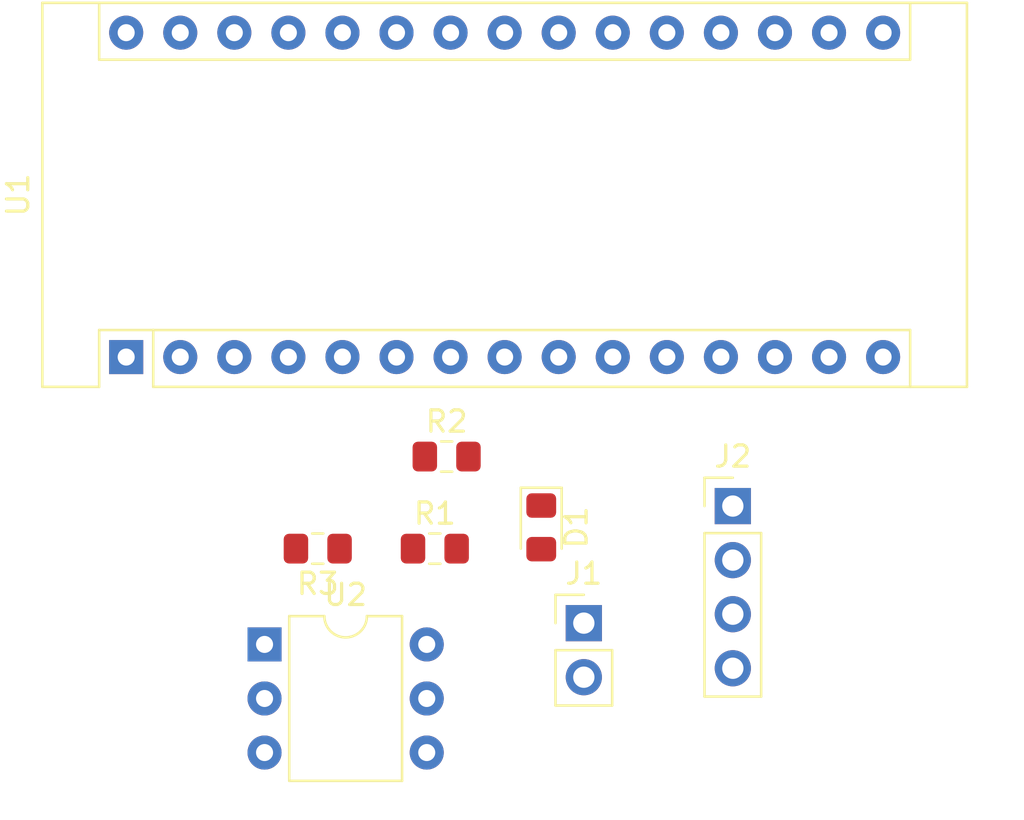
<source format=kicad_pcb>
(kicad_pcb (version 20171130) (host pcbnew 5.0.2-bee76a0~70~ubuntu18.04.1)

  (general
    (thickness 1.6)
    (drawings 0)
    (tracks 0)
    (zones 0)
    (modules 8)
    (nets 39)
  )

  (page A4)
  (layers
    (0 F.Cu signal)
    (31 B.Cu signal)
    (32 B.Adhes user)
    (33 F.Adhes user)
    (34 B.Paste user)
    (35 F.Paste user)
    (36 B.SilkS user)
    (37 F.SilkS user)
    (38 B.Mask user)
    (39 F.Mask user)
    (40 Dwgs.User user)
    (41 Cmts.User user)
    (42 Eco1.User user)
    (43 Eco2.User user)
    (44 Edge.Cuts user)
    (45 Margin user)
    (46 B.CrtYd user)
    (47 F.CrtYd user)
    (48 B.Fab user)
    (49 F.Fab user)
  )

  (setup
    (last_trace_width 0.25)
    (trace_clearance 0.2)
    (zone_clearance 0.508)
    (zone_45_only no)
    (trace_min 0.2)
    (segment_width 0.2)
    (edge_width 0.15)
    (via_size 0.8)
    (via_drill 0.4)
    (via_min_size 0.4)
    (via_min_drill 0.3)
    (uvia_size 0.3)
    (uvia_drill 0.1)
    (uvias_allowed no)
    (uvia_min_size 0.2)
    (uvia_min_drill 0.1)
    (pcb_text_width 0.3)
    (pcb_text_size 1.5 1.5)
    (mod_edge_width 0.15)
    (mod_text_size 1 1)
    (mod_text_width 0.15)
    (pad_size 1.524 1.524)
    (pad_drill 0.762)
    (pad_to_mask_clearance 0.051)
    (solder_mask_min_width 0.25)
    (aux_axis_origin 0 0)
    (visible_elements FFFFFF7F)
    (pcbplotparams
      (layerselection 0x010fc_ffffffff)
      (usegerberextensions false)
      (usegerberattributes false)
      (usegerberadvancedattributes false)
      (creategerberjobfile false)
      (excludeedgelayer true)
      (linewidth 0.100000)
      (plotframeref false)
      (viasonmask false)
      (mode 1)
      (useauxorigin false)
      (hpglpennumber 1)
      (hpglpenspeed 20)
      (hpglpendiameter 15.000000)
      (psnegative false)
      (psa4output false)
      (plotreference true)
      (plotvalue true)
      (plotinvisibletext false)
      (padsonsilk false)
      (subtractmaskfromsilk false)
      (outputformat 1)
      (mirror false)
      (drillshape 1)
      (scaleselection 1)
      (outputdirectory ""))
  )

  (net 0 "")
  (net 1 Grbl_Tx)
  (net 2 "Net-(U1-Pad17)")
  (net 3 Grbl_Rx)
  (net 4 "Net-(U1-Pad18)")
  (net 5 "Net-(U1-Pad3)")
  (net 6 Grbl_Reset)
  (net 7 GND)
  (net 8 Hold)
  (net 9 X_Step)
  (net 10 Start)
  (net 11 Y_Step)
  (net 12 Flood)
  (net 13 Z_Step)
  (net 14 Mist)
  (net 15 X_Dir)
  (net 16 Probe)
  (net 17 Y_Dir)
  (net 18 A6)
  (net 19 Z_Dir)
  (net 20 A7)
  (net 21 Step_Enable)
  (net 22 +5V)
  (net 23 X_Limit)
  (net 24 "Net-(U1-Pad28)")
  (net 25 Y_Limit)
  (net 26 "Net-(U1-Pad29)")
  (net 27 Spindle)
  (net 28 "Net-(U1-Pad30)")
  (net 29 Z_Limit)
  (net 30 Spindle_Dir)
  (net 31 "Net-(D1-Pad2)")
  (net 32 "Net-(D1-Pad1)")
  (net 33 "Net-(J1-Pad2)")
  (net 34 "Net-(R3-Pad2)")
  (net 35 "Net-(U2-Pad3)")
  (net 36 "Net-(U2-Pad6)")
  (net 37 +12V)
  (net 38 "Net-(J2-Pad3)")

  (net_class Default "This is the default net class."
    (clearance 0.2)
    (trace_width 0.25)
    (via_dia 0.8)
    (via_drill 0.4)
    (uvia_dia 0.3)
    (uvia_drill 0.1)
    (add_net +12V)
    (add_net +5V)
    (add_net A6)
    (add_net A7)
    (add_net Flood)
    (add_net GND)
    (add_net Grbl_Reset)
    (add_net Grbl_Rx)
    (add_net Grbl_Tx)
    (add_net Hold)
    (add_net Mist)
    (add_net "Net-(D1-Pad1)")
    (add_net "Net-(D1-Pad2)")
    (add_net "Net-(J1-Pad2)")
    (add_net "Net-(J2-Pad3)")
    (add_net "Net-(R3-Pad2)")
    (add_net "Net-(U1-Pad17)")
    (add_net "Net-(U1-Pad18)")
    (add_net "Net-(U1-Pad28)")
    (add_net "Net-(U1-Pad29)")
    (add_net "Net-(U1-Pad3)")
    (add_net "Net-(U1-Pad30)")
    (add_net "Net-(U2-Pad3)")
    (add_net "Net-(U2-Pad6)")
    (add_net Probe)
    (add_net Spindle)
    (add_net Spindle_Dir)
    (add_net Start)
    (add_net Step_Enable)
    (add_net X_Dir)
    (add_net X_Limit)
    (add_net X_Step)
    (add_net Y_Dir)
    (add_net Y_Limit)
    (add_net Y_Step)
    (add_net Z_Dir)
    (add_net Z_Limit)
    (add_net Z_Step)
  )

  (module Connector_PinHeader_2.54mm:PinHeader_1x04_P2.54mm_Vertical (layer F.Cu) (tedit 59FED5CC) (tstamp 5C1AB60A)
    (at 51.5 32)
    (descr "Through hole straight pin header, 1x04, 2.54mm pitch, single row")
    (tags "Through hole pin header THT 1x04 2.54mm single row")
    (path /5C073B50)
    (fp_text reference J2 (at 0 -2.33) (layer F.SilkS)
      (effects (font (size 1 1) (thickness 0.15)))
    )
    (fp_text value Conn_01x04 (at 0 9.95) (layer F.Fab)
      (effects (font (size 1 1) (thickness 0.15)))
    )
    (fp_line (start -0.635 -1.27) (end 1.27 -1.27) (layer F.Fab) (width 0.1))
    (fp_line (start 1.27 -1.27) (end 1.27 8.89) (layer F.Fab) (width 0.1))
    (fp_line (start 1.27 8.89) (end -1.27 8.89) (layer F.Fab) (width 0.1))
    (fp_line (start -1.27 8.89) (end -1.27 -0.635) (layer F.Fab) (width 0.1))
    (fp_line (start -1.27 -0.635) (end -0.635 -1.27) (layer F.Fab) (width 0.1))
    (fp_line (start -1.33 8.95) (end 1.33 8.95) (layer F.SilkS) (width 0.12))
    (fp_line (start -1.33 1.27) (end -1.33 8.95) (layer F.SilkS) (width 0.12))
    (fp_line (start 1.33 1.27) (end 1.33 8.95) (layer F.SilkS) (width 0.12))
    (fp_line (start -1.33 1.27) (end 1.33 1.27) (layer F.SilkS) (width 0.12))
    (fp_line (start -1.33 0) (end -1.33 -1.33) (layer F.SilkS) (width 0.12))
    (fp_line (start -1.33 -1.33) (end 0 -1.33) (layer F.SilkS) (width 0.12))
    (fp_line (start -1.8 -1.8) (end -1.8 9.4) (layer F.CrtYd) (width 0.05))
    (fp_line (start -1.8 9.4) (end 1.8 9.4) (layer F.CrtYd) (width 0.05))
    (fp_line (start 1.8 9.4) (end 1.8 -1.8) (layer F.CrtYd) (width 0.05))
    (fp_line (start 1.8 -1.8) (end -1.8 -1.8) (layer F.CrtYd) (width 0.05))
    (fp_text user %R (at 0 3.81 90) (layer F.Fab)
      (effects (font (size 1 1) (thickness 0.15)))
    )
    (pad 1 thru_hole rect (at 0 0) (size 1.7 1.7) (drill 1) (layers *.Cu *.Mask)
      (net 37 +12V))
    (pad 2 thru_hole oval (at 0 2.54) (size 1.7 1.7) (drill 1) (layers *.Cu *.Mask)
      (net 22 +5V))
    (pad 3 thru_hole oval (at 0 5.08) (size 1.7 1.7) (drill 1) (layers *.Cu *.Mask)
      (net 38 "Net-(J2-Pad3)"))
    (pad 4 thru_hole oval (at 0 7.62) (size 1.7 1.7) (drill 1) (layers *.Cu *.Mask)
      (net 7 GND))
    (model ${KISYS3DMOD}/Connector_PinHeader_2.54mm.3dshapes/PinHeader_1x04_P2.54mm_Vertical.wrl
      (at (xyz 0 0 0))
      (scale (xyz 1 1 1))
      (rotate (xyz 0 0 0))
    )
  )

  (module Connector_PinHeader_2.54mm:PinHeader_1x02_P2.54mm_Vertical (layer F.Cu) (tedit 59FED5CC) (tstamp 5C19F5B6)
    (at 44.5 37.5)
    (descr "Through hole straight pin header, 1x02, 2.54mm pitch, single row")
    (tags "Through hole pin header THT 1x02 2.54mm single row")
    (path /5C06D7A7)
    (fp_text reference J1 (at 0 -2.33) (layer F.SilkS)
      (effects (font (size 1 1) (thickness 0.15)))
    )
    (fp_text value Conn_01x02 (at 0 4.87) (layer F.Fab)
      (effects (font (size 1 1) (thickness 0.15)))
    )
    (fp_line (start -0.635 -1.27) (end 1.27 -1.27) (layer F.Fab) (width 0.1))
    (fp_line (start 1.27 -1.27) (end 1.27 3.81) (layer F.Fab) (width 0.1))
    (fp_line (start 1.27 3.81) (end -1.27 3.81) (layer F.Fab) (width 0.1))
    (fp_line (start -1.27 3.81) (end -1.27 -0.635) (layer F.Fab) (width 0.1))
    (fp_line (start -1.27 -0.635) (end -0.635 -1.27) (layer F.Fab) (width 0.1))
    (fp_line (start -1.33 3.87) (end 1.33 3.87) (layer F.SilkS) (width 0.12))
    (fp_line (start -1.33 1.27) (end -1.33 3.87) (layer F.SilkS) (width 0.12))
    (fp_line (start 1.33 1.27) (end 1.33 3.87) (layer F.SilkS) (width 0.12))
    (fp_line (start -1.33 1.27) (end 1.33 1.27) (layer F.SilkS) (width 0.12))
    (fp_line (start -1.33 0) (end -1.33 -1.33) (layer F.SilkS) (width 0.12))
    (fp_line (start -1.33 -1.33) (end 0 -1.33) (layer F.SilkS) (width 0.12))
    (fp_line (start -1.8 -1.8) (end -1.8 4.35) (layer F.CrtYd) (width 0.05))
    (fp_line (start -1.8 4.35) (end 1.8 4.35) (layer F.CrtYd) (width 0.05))
    (fp_line (start 1.8 4.35) (end 1.8 -1.8) (layer F.CrtYd) (width 0.05))
    (fp_line (start 1.8 -1.8) (end -1.8 -1.8) (layer F.CrtYd) (width 0.05))
    (fp_text user %R (at 0 1.27 90) (layer F.Fab)
      (effects (font (size 1 1) (thickness 0.15)))
    )
    (pad 1 thru_hole rect (at 0 0) (size 1.7 1.7) (drill 1) (layers *.Cu *.Mask)
      (net 37 +12V))
    (pad 2 thru_hole oval (at 0 2.54) (size 1.7 1.7) (drill 1) (layers *.Cu *.Mask)
      (net 33 "Net-(J1-Pad2)"))
    (model ${KISYS3DMOD}/Connector_PinHeader_2.54mm.3dshapes/PinHeader_1x02_P2.54mm_Vertical.wrl
      (at (xyz 0 0 0))
      (scale (xyz 1 1 1))
      (rotate (xyz 0 0 0))
    )
  )

  (module LED_SMD:LED_0805_2012Metric_Pad1.15x1.40mm_HandSolder (layer F.Cu) (tedit 5B4B45C9) (tstamp 5C19F5A0)
    (at 42.5 33 270)
    (descr "LED SMD 0805 (2012 Metric), square (rectangular) end terminal, IPC_7351 nominal, (Body size source: https://docs.google.com/spreadsheets/d/1BsfQQcO9C6DZCsRaXUlFlo91Tg2WpOkGARC1WS5S8t0/edit?usp=sharing), generated with kicad-footprint-generator")
    (tags "LED handsolder")
    (path /5C071CCF)
    (attr smd)
    (fp_text reference D1 (at 0 -1.65 270) (layer F.SilkS)
      (effects (font (size 1 1) (thickness 0.15)))
    )
    (fp_text value LED_GREEN (at 0 1.65 270) (layer F.Fab)
      (effects (font (size 1 1) (thickness 0.15)))
    )
    (fp_line (start 1 -0.6) (end -0.7 -0.6) (layer F.Fab) (width 0.1))
    (fp_line (start -0.7 -0.6) (end -1 -0.3) (layer F.Fab) (width 0.1))
    (fp_line (start -1 -0.3) (end -1 0.6) (layer F.Fab) (width 0.1))
    (fp_line (start -1 0.6) (end 1 0.6) (layer F.Fab) (width 0.1))
    (fp_line (start 1 0.6) (end 1 -0.6) (layer F.Fab) (width 0.1))
    (fp_line (start 1 -0.96) (end -1.86 -0.96) (layer F.SilkS) (width 0.12))
    (fp_line (start -1.86 -0.96) (end -1.86 0.96) (layer F.SilkS) (width 0.12))
    (fp_line (start -1.86 0.96) (end 1 0.96) (layer F.SilkS) (width 0.12))
    (fp_line (start -1.85 0.95) (end -1.85 -0.95) (layer F.CrtYd) (width 0.05))
    (fp_line (start -1.85 -0.95) (end 1.85 -0.95) (layer F.CrtYd) (width 0.05))
    (fp_line (start 1.85 -0.95) (end 1.85 0.95) (layer F.CrtYd) (width 0.05))
    (fp_line (start 1.85 0.95) (end -1.85 0.95) (layer F.CrtYd) (width 0.05))
    (fp_text user %R (at 0 0 270) (layer F.Fab)
      (effects (font (size 0.5 0.5) (thickness 0.08)))
    )
    (pad 1 smd roundrect (at -1.025 0 270) (size 1.15 1.4) (layers F.Cu F.Paste F.Mask) (roundrect_rratio 0.217391)
      (net 32 "Net-(D1-Pad1)"))
    (pad 2 smd roundrect (at 1.025 0 270) (size 1.15 1.4) (layers F.Cu F.Paste F.Mask) (roundrect_rratio 0.217391)
      (net 31 "Net-(D1-Pad2)"))
    (model ${KISYS3DMOD}/LED_SMD.3dshapes/LED_0805_2012Metric.wrl
      (at (xyz 0 0 0))
      (scale (xyz 1 1 1))
      (rotate (xyz 0 0 0))
    )
  )

  (module Package_DIP:DIP-6_W7.62mm (layer F.Cu) (tedit 5A02E8C5) (tstamp 5C19F58D)
    (at 29.5 38.5)
    (descr "6-lead though-hole mounted DIP package, row spacing 7.62 mm (300 mils)")
    (tags "THT DIP DIL PDIP 2.54mm 7.62mm 300mil")
    (path /5C06D39C)
    (fp_text reference U2 (at 3.81 -2.33) (layer F.SilkS)
      (effects (font (size 1 1) (thickness 0.15)))
    )
    (fp_text value 4N35 (at 3.81 7.41) (layer F.Fab)
      (effects (font (size 1 1) (thickness 0.15)))
    )
    (fp_arc (start 3.81 -1.33) (end 2.81 -1.33) (angle -180) (layer F.SilkS) (width 0.12))
    (fp_line (start 1.635 -1.27) (end 6.985 -1.27) (layer F.Fab) (width 0.1))
    (fp_line (start 6.985 -1.27) (end 6.985 6.35) (layer F.Fab) (width 0.1))
    (fp_line (start 6.985 6.35) (end 0.635 6.35) (layer F.Fab) (width 0.1))
    (fp_line (start 0.635 6.35) (end 0.635 -0.27) (layer F.Fab) (width 0.1))
    (fp_line (start 0.635 -0.27) (end 1.635 -1.27) (layer F.Fab) (width 0.1))
    (fp_line (start 2.81 -1.33) (end 1.16 -1.33) (layer F.SilkS) (width 0.12))
    (fp_line (start 1.16 -1.33) (end 1.16 6.41) (layer F.SilkS) (width 0.12))
    (fp_line (start 1.16 6.41) (end 6.46 6.41) (layer F.SilkS) (width 0.12))
    (fp_line (start 6.46 6.41) (end 6.46 -1.33) (layer F.SilkS) (width 0.12))
    (fp_line (start 6.46 -1.33) (end 4.81 -1.33) (layer F.SilkS) (width 0.12))
    (fp_line (start -1.1 -1.55) (end -1.1 6.6) (layer F.CrtYd) (width 0.05))
    (fp_line (start -1.1 6.6) (end 8.7 6.6) (layer F.CrtYd) (width 0.05))
    (fp_line (start 8.7 6.6) (end 8.7 -1.55) (layer F.CrtYd) (width 0.05))
    (fp_line (start 8.7 -1.55) (end -1.1 -1.55) (layer F.CrtYd) (width 0.05))
    (fp_text user %R (at 3.81 2.54) (layer F.Fab)
      (effects (font (size 1 1) (thickness 0.15)))
    )
    (pad 1 thru_hole rect (at 0 0) (size 1.6 1.6) (drill 0.8) (layers *.Cu *.Mask)
      (net 34 "Net-(R3-Pad2)"))
    (pad 4 thru_hole oval (at 7.62 5.08) (size 1.6 1.6) (drill 0.8) (layers *.Cu *.Mask)
      (net 7 GND))
    (pad 2 thru_hole oval (at 0 2.54) (size 1.6 1.6) (drill 0.8) (layers *.Cu *.Mask)
      (net 7 GND))
    (pad 5 thru_hole oval (at 7.62 2.54) (size 1.6 1.6) (drill 0.8) (layers *.Cu *.Mask)
      (net 32 "Net-(D1-Pad1)"))
    (pad 3 thru_hole oval (at 0 5.08) (size 1.6 1.6) (drill 0.8) (layers *.Cu *.Mask)
      (net 35 "Net-(U2-Pad3)"))
    (pad 6 thru_hole oval (at 7.62 0) (size 1.6 1.6) (drill 0.8) (layers *.Cu *.Mask)
      (net 36 "Net-(U2-Pad6)"))
    (model ${KISYS3DMOD}/Package_DIP.3dshapes/DIP-6_W7.62mm.wrl
      (at (xyz 0 0 0))
      (scale (xyz 1 1 1))
      (rotate (xyz 0 0 0))
    )
  )

  (module Resistor_SMD:R_0805_2012Metric_Pad1.15x1.40mm_HandSolder (layer F.Cu) (tedit 5B36C52B) (tstamp 5C19F573)
    (at 32 34 180)
    (descr "Resistor SMD 0805 (2012 Metric), square (rectangular) end terminal, IPC_7351 nominal with elongated pad for handsoldering. (Body size source: https://docs.google.com/spreadsheets/d/1BsfQQcO9C6DZCsRaXUlFlo91Tg2WpOkGARC1WS5S8t0/edit?usp=sharing), generated with kicad-footprint-generator")
    (tags "resistor handsolder")
    (path /5C06EDF7)
    (attr smd)
    (fp_text reference R3 (at 0 -1.65 180) (layer F.SilkS)
      (effects (font (size 1 1) (thickness 0.15)))
    )
    (fp_text value R102,0805 (at 0 1.65 180) (layer F.Fab)
      (effects (font (size 1 1) (thickness 0.15)))
    )
    (fp_line (start -1 0.6) (end -1 -0.6) (layer F.Fab) (width 0.1))
    (fp_line (start -1 -0.6) (end 1 -0.6) (layer F.Fab) (width 0.1))
    (fp_line (start 1 -0.6) (end 1 0.6) (layer F.Fab) (width 0.1))
    (fp_line (start 1 0.6) (end -1 0.6) (layer F.Fab) (width 0.1))
    (fp_line (start -0.261252 -0.71) (end 0.261252 -0.71) (layer F.SilkS) (width 0.12))
    (fp_line (start -0.261252 0.71) (end 0.261252 0.71) (layer F.SilkS) (width 0.12))
    (fp_line (start -1.85 0.95) (end -1.85 -0.95) (layer F.CrtYd) (width 0.05))
    (fp_line (start -1.85 -0.95) (end 1.85 -0.95) (layer F.CrtYd) (width 0.05))
    (fp_line (start 1.85 -0.95) (end 1.85 0.95) (layer F.CrtYd) (width 0.05))
    (fp_line (start 1.85 0.95) (end -1.85 0.95) (layer F.CrtYd) (width 0.05))
    (fp_text user %R (at 0 0 180) (layer F.Fab)
      (effects (font (size 0.5 0.5) (thickness 0.08)))
    )
    (pad 1 smd roundrect (at -1.025 0 180) (size 1.15 1.4) (layers F.Cu F.Paste F.Mask) (roundrect_rratio 0.217391)
      (net 33 "Net-(J1-Pad2)"))
    (pad 2 smd roundrect (at 1.025 0 180) (size 1.15 1.4) (layers F.Cu F.Paste F.Mask) (roundrect_rratio 0.217391)
      (net 34 "Net-(R3-Pad2)"))
    (model ${KISYS3DMOD}/Resistor_SMD.3dshapes/R_0805_2012Metric.wrl
      (at (xyz 0 0 0))
      (scale (xyz 1 1 1))
      (rotate (xyz 0 0 0))
    )
  )

  (module Resistor_SMD:R_0805_2012Metric_Pad1.15x1.40mm_HandSolder (layer F.Cu) (tedit 5B36C52B) (tstamp 5C19F562)
    (at 38.055001 29.675001)
    (descr "Resistor SMD 0805 (2012 Metric), square (rectangular) end terminal, IPC_7351 nominal with elongated pad for handsoldering. (Body size source: https://docs.google.com/spreadsheets/d/1BsfQQcO9C6DZCsRaXUlFlo91Tg2WpOkGARC1WS5S8t0/edit?usp=sharing), generated with kicad-footprint-generator")
    (tags "resistor handsolder")
    (path /5C0706B6)
    (attr smd)
    (fp_text reference R2 (at 0 -1.65) (layer F.SilkS)
      (effects (font (size 1 1) (thickness 0.15)))
    )
    (fp_text value R473,0805 (at 0 1.65) (layer F.Fab)
      (effects (font (size 1 1) (thickness 0.15)))
    )
    (fp_text user %R (at 0 0) (layer F.Fab)
      (effects (font (size 0.5 0.5) (thickness 0.08)))
    )
    (fp_line (start 1.85 0.95) (end -1.85 0.95) (layer F.CrtYd) (width 0.05))
    (fp_line (start 1.85 -0.95) (end 1.85 0.95) (layer F.CrtYd) (width 0.05))
    (fp_line (start -1.85 -0.95) (end 1.85 -0.95) (layer F.CrtYd) (width 0.05))
    (fp_line (start -1.85 0.95) (end -1.85 -0.95) (layer F.CrtYd) (width 0.05))
    (fp_line (start -0.261252 0.71) (end 0.261252 0.71) (layer F.SilkS) (width 0.12))
    (fp_line (start -0.261252 -0.71) (end 0.261252 -0.71) (layer F.SilkS) (width 0.12))
    (fp_line (start 1 0.6) (end -1 0.6) (layer F.Fab) (width 0.1))
    (fp_line (start 1 -0.6) (end 1 0.6) (layer F.Fab) (width 0.1))
    (fp_line (start -1 -0.6) (end 1 -0.6) (layer F.Fab) (width 0.1))
    (fp_line (start -1 0.6) (end -1 -0.6) (layer F.Fab) (width 0.1))
    (pad 2 smd roundrect (at 1.025 0) (size 1.15 1.4) (layers F.Cu F.Paste F.Mask) (roundrect_rratio 0.217391)
      (net 32 "Net-(D1-Pad1)"))
    (pad 1 smd roundrect (at -1.025 0) (size 1.15 1.4) (layers F.Cu F.Paste F.Mask) (roundrect_rratio 0.217391)
      (net 22 +5V))
    (model ${KISYS3DMOD}/Resistor_SMD.3dshapes/R_0805_2012Metric.wrl
      (at (xyz 0 0 0))
      (scale (xyz 1 1 1))
      (rotate (xyz 0 0 0))
    )
  )

  (module Resistor_SMD:R_0805_2012Metric_Pad1.15x1.40mm_HandSolder (layer F.Cu) (tedit 5B36C52B) (tstamp 5C19F551)
    (at 37.5 34)
    (descr "Resistor SMD 0805 (2012 Metric), square (rectangular) end terminal, IPC_7351 nominal with elongated pad for handsoldering. (Body size source: https://docs.google.com/spreadsheets/d/1BsfQQcO9C6DZCsRaXUlFlo91Tg2WpOkGARC1WS5S8t0/edit?usp=sharing), generated with kicad-footprint-generator")
    (tags "resistor handsolder")
    (path /5C071BB5)
    (attr smd)
    (fp_text reference R1 (at 0 -1.65) (layer F.SilkS)
      (effects (font (size 1 1) (thickness 0.15)))
    )
    (fp_text value R103,0805 (at 0 1.65) (layer F.Fab)
      (effects (font (size 1 1) (thickness 0.15)))
    )
    (fp_line (start -1 0.6) (end -1 -0.6) (layer F.Fab) (width 0.1))
    (fp_line (start -1 -0.6) (end 1 -0.6) (layer F.Fab) (width 0.1))
    (fp_line (start 1 -0.6) (end 1 0.6) (layer F.Fab) (width 0.1))
    (fp_line (start 1 0.6) (end -1 0.6) (layer F.Fab) (width 0.1))
    (fp_line (start -0.261252 -0.71) (end 0.261252 -0.71) (layer F.SilkS) (width 0.12))
    (fp_line (start -0.261252 0.71) (end 0.261252 0.71) (layer F.SilkS) (width 0.12))
    (fp_line (start -1.85 0.95) (end -1.85 -0.95) (layer F.CrtYd) (width 0.05))
    (fp_line (start -1.85 -0.95) (end 1.85 -0.95) (layer F.CrtYd) (width 0.05))
    (fp_line (start 1.85 -0.95) (end 1.85 0.95) (layer F.CrtYd) (width 0.05))
    (fp_line (start 1.85 0.95) (end -1.85 0.95) (layer F.CrtYd) (width 0.05))
    (fp_text user %R (at 0 0) (layer F.Fab)
      (effects (font (size 0.5 0.5) (thickness 0.08)))
    )
    (pad 1 smd roundrect (at -1.025 0) (size 1.15 1.4) (layers F.Cu F.Paste F.Mask) (roundrect_rratio 0.217391)
      (net 22 +5V))
    (pad 2 smd roundrect (at 1.025 0) (size 1.15 1.4) (layers F.Cu F.Paste F.Mask) (roundrect_rratio 0.217391)
      (net 31 "Net-(D1-Pad2)"))
    (model ${KISYS3DMOD}/Resistor_SMD.3dshapes/R_0805_2012Metric.wrl
      (at (xyz 0 0 0))
      (scale (xyz 1 1 1))
      (rotate (xyz 0 0 0))
    )
  )

  (module footprint-lib:Arduino_Nano (layer F.Cu) (tedit 5C06C0D3) (tstamp 5C19F540)
    (at 23 25 90)
    (descr "Arduino Nano, http://www.mouser.com/pdfdocs/Gravitech_Arduino_Nano3_0.pdf")
    (tags "Arduino Nano")
    (path /5C020F9B)
    (fp_text reference U1 (at 7.62 -5.08 90) (layer F.SilkS)
      (effects (font (size 1 1) (thickness 0.15)))
    )
    (fp_text value arduino_nano_v3 (at 8.89 19.05 180) (layer F.Fab)
      (effects (font (size 1 1) (thickness 0.15)))
    )
    (fp_text user %R (at 6.35 19.05 180) (layer F.Fab)
      (effects (font (size 1 1) (thickness 0.15)))
    )
    (fp_line (start 1.27 1.27) (end 1.27 -1.27) (layer F.SilkS) (width 0.12))
    (fp_line (start 1.27 -1.27) (end -1.4 -1.27) (layer F.SilkS) (width 0.12))
    (fp_line (start -1.4 1.27) (end -1.4 39.5) (layer F.SilkS) (width 0.12))
    (fp_line (start -1.4 -3.94) (end -1.4 -1.27) (layer F.SilkS) (width 0.12))
    (fp_line (start 13.97 -1.27) (end 16.64 -1.27) (layer F.SilkS) (width 0.12))
    (fp_line (start 13.97 -1.27) (end 13.97 36.83) (layer F.SilkS) (width 0.12))
    (fp_line (start 13.97 36.83) (end 16.64 36.83) (layer F.SilkS) (width 0.12))
    (fp_line (start 1.27 1.27) (end -1.4 1.27) (layer F.SilkS) (width 0.12))
    (fp_line (start 1.27 1.27) (end 1.27 36.83) (layer F.SilkS) (width 0.12))
    (fp_line (start 1.27 36.83) (end -1.4 36.83) (layer F.SilkS) (width 0.12))
    (fp_line (start 3.81 31.75) (end 11.43 31.75) (layer F.Fab) (width 0.1))
    (fp_line (start 11.43 31.75) (end 11.43 41.91) (layer F.Fab) (width 0.1))
    (fp_line (start 11.43 41.91) (end 3.81 41.91) (layer F.Fab) (width 0.1))
    (fp_line (start 3.81 41.91) (end 3.81 31.75) (layer F.Fab) (width 0.1))
    (fp_line (start -1.4 39.5) (end 16.64 39.5) (layer F.SilkS) (width 0.12))
    (fp_line (start 16.64 39.5) (end 16.64 -3.94) (layer F.SilkS) (width 0.12))
    (fp_line (start 16.64 -3.94) (end -1.4 -3.94) (layer F.SilkS) (width 0.12))
    (fp_line (start 16.51 39.37) (end -1.27 39.37) (layer F.Fab) (width 0.1))
    (fp_line (start -1.27 39.37) (end -1.27 -2.54) (layer F.Fab) (width 0.1))
    (fp_line (start -1.27 -2.54) (end 0 -3.81) (layer F.Fab) (width 0.1))
    (fp_line (start 0 -3.81) (end 16.51 -3.81) (layer F.Fab) (width 0.1))
    (fp_line (start 16.51 -3.81) (end 16.51 39.37) (layer F.Fab) (width 0.1))
    (fp_line (start -1.53 -4.06) (end 16.75 -4.06) (layer F.CrtYd) (width 0.05))
    (fp_line (start -1.53 -4.06) (end -1.53 42.16) (layer F.CrtYd) (width 0.05))
    (fp_line (start 16.75 42.16) (end 16.75 -4.06) (layer F.CrtYd) (width 0.05))
    (fp_line (start 16.75 42.16) (end -1.53 42.16) (layer F.CrtYd) (width 0.05))
    (pad 1 thru_hole rect (at 0 0 90) (size 1.6 1.6) (drill 0.8) (layers *.Cu *.Mask)
      (net 1 Grbl_Tx))
    (pad 17 thru_hole oval (at 15.24 33.02 90) (size 1.6 1.6) (drill 0.8) (layers *.Cu *.Mask)
      (net 2 "Net-(U1-Pad17)"))
    (pad 2 thru_hole oval (at 0 2.54 90) (size 1.6 1.6) (drill 0.8) (layers *.Cu *.Mask)
      (net 3 Grbl_Rx))
    (pad 18 thru_hole oval (at 15.24 30.48 90) (size 1.6 1.6) (drill 0.8) (layers *.Cu *.Mask)
      (net 4 "Net-(U1-Pad18)"))
    (pad 3 thru_hole oval (at 0 5.08 90) (size 1.6 1.6) (drill 0.8) (layers *.Cu *.Mask)
      (net 5 "Net-(U1-Pad3)"))
    (pad 19 thru_hole oval (at 15.24 27.94 90) (size 1.6 1.6) (drill 0.8) (layers *.Cu *.Mask)
      (net 6 Grbl_Reset))
    (pad 4 thru_hole oval (at 0 7.62 90) (size 1.6 1.6) (drill 0.8) (layers *.Cu *.Mask)
      (net 7 GND))
    (pad 20 thru_hole oval (at 15.24 25.4 90) (size 1.6 1.6) (drill 0.8) (layers *.Cu *.Mask)
      (net 8 Hold))
    (pad 5 thru_hole oval (at 0 10.16 90) (size 1.6 1.6) (drill 0.8) (layers *.Cu *.Mask)
      (net 9 X_Step))
    (pad 21 thru_hole oval (at 15.24 22.86 90) (size 1.6 1.6) (drill 0.8) (layers *.Cu *.Mask)
      (net 10 Start))
    (pad 6 thru_hole oval (at 0 12.7 90) (size 1.6 1.6) (drill 0.8) (layers *.Cu *.Mask)
      (net 11 Y_Step))
    (pad 22 thru_hole oval (at 15.24 20.32 90) (size 1.6 1.6) (drill 0.8) (layers *.Cu *.Mask)
      (net 12 Flood))
    (pad 7 thru_hole oval (at 0 15.24 90) (size 1.6 1.6) (drill 0.8) (layers *.Cu *.Mask)
      (net 13 Z_Step))
    (pad 23 thru_hole oval (at 15.24 17.78 90) (size 1.6 1.6) (drill 0.8) (layers *.Cu *.Mask)
      (net 14 Mist))
    (pad 8 thru_hole oval (at 0 17.78 90) (size 1.6 1.6) (drill 0.8) (layers *.Cu *.Mask)
      (net 15 X_Dir))
    (pad 24 thru_hole oval (at 15.24 15.24 90) (size 1.6 1.6) (drill 0.8) (layers *.Cu *.Mask)
      (net 16 Probe))
    (pad 9 thru_hole oval (at 0 20.32 90) (size 1.6 1.6) (drill 0.8) (layers *.Cu *.Mask)
      (net 17 Y_Dir))
    (pad 25 thru_hole oval (at 15.24 12.7 90) (size 1.6 1.6) (drill 0.8) (layers *.Cu *.Mask)
      (net 18 A6))
    (pad 10 thru_hole oval (at 0 22.86 90) (size 1.6 1.6) (drill 0.8) (layers *.Cu *.Mask)
      (net 19 Z_Dir))
    (pad 26 thru_hole oval (at 15.24 10.16 90) (size 1.6 1.6) (drill 0.8) (layers *.Cu *.Mask)
      (net 20 A7))
    (pad 11 thru_hole oval (at 0 25.4 90) (size 1.6 1.6) (drill 0.8) (layers *.Cu *.Mask)
      (net 21 Step_Enable))
    (pad 27 thru_hole oval (at 15.24 7.62 90) (size 1.6 1.6) (drill 0.8) (layers *.Cu *.Mask)
      (net 22 +5V))
    (pad 12 thru_hole oval (at 0 27.94 90) (size 1.6 1.6) (drill 0.8) (layers *.Cu *.Mask)
      (net 23 X_Limit))
    (pad 28 thru_hole oval (at 15.24 5.08 90) (size 1.6 1.6) (drill 0.8) (layers *.Cu *.Mask)
      (net 24 "Net-(U1-Pad28)"))
    (pad 13 thru_hole oval (at 0 30.48 90) (size 1.6 1.6) (drill 0.8) (layers *.Cu *.Mask)
      (net 25 Y_Limit))
    (pad 29 thru_hole oval (at 15.24 2.54 90) (size 1.6 1.6) (drill 0.8) (layers *.Cu *.Mask)
      (net 26 "Net-(U1-Pad29)"))
    (pad 14 thru_hole oval (at 0 33.02 90) (size 1.6 1.6) (drill 0.8) (layers *.Cu *.Mask)
      (net 27 Spindle))
    (pad 30 thru_hole oval (at 15.24 0 90) (size 1.6 1.6) (drill 0.8) (layers *.Cu *.Mask)
      (net 28 "Net-(U1-Pad30)"))
    (pad 15 thru_hole oval (at 0 35.56 90) (size 1.6 1.6) (drill 0.8) (layers *.Cu *.Mask)
      (net 29 Z_Limit))
    (pad 16 thru_hole oval (at 15.24 35.56 90) (size 1.6 1.6) (drill 0.8) (layers *.Cu *.Mask)
      (net 30 Spindle_Dir))
    (model ${KISYS3DMOD}/Module.3dshapes/Arduino_Nano_WithMountingHoles.wrl
      (at (xyz 0 0 0))
      (scale (xyz 1 1 1))
      (rotate (xyz 0 0 0))
    )
    (model "/home/logic/_workspace/kicad/kicad_library/kicad-packages3d/NanoV3 v4.step"
      (offset (xyz -1 4 10.5))
      (scale (xyz 1 1 1))
      (rotate (xyz 90 0 90))
    )
  )

)

</source>
